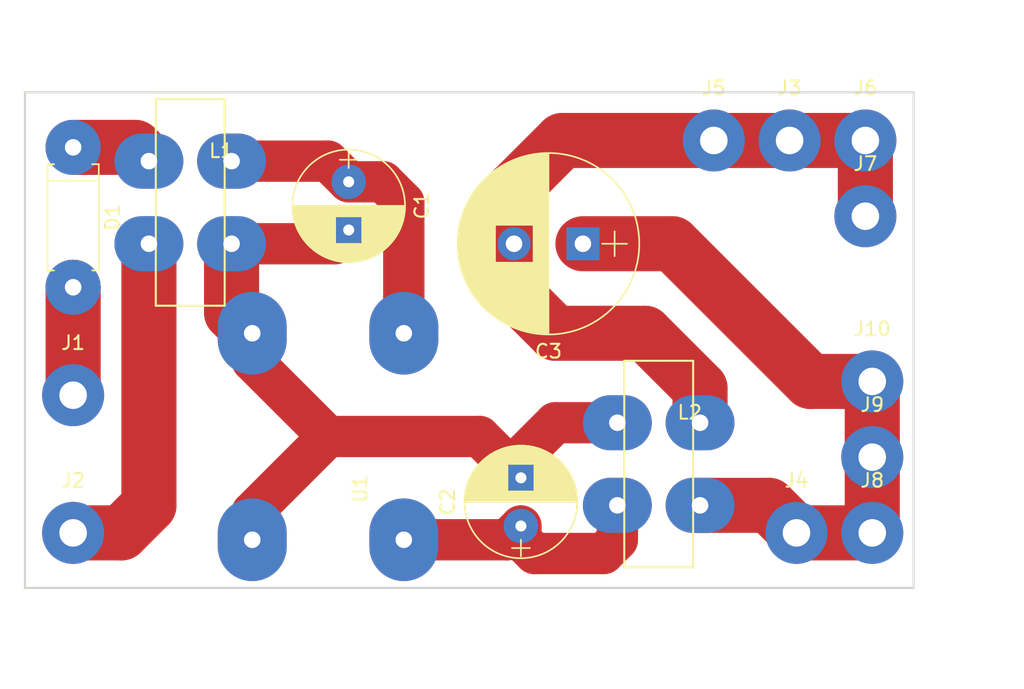
<source format=kicad_pcb>
(kicad_pcb (version 20171130) (host pcbnew "(5.0.0)")

  (general
    (thickness 1.6)
    (drawings 6)
    (tracks 50)
    (zones 0)
    (modules 17)
    (nets 9)
  )

  (page A4)
  (layers
    (0 F.Cu signal)
    (31 B.Cu signal)
    (32 B.Adhes user)
    (33 F.Adhes user)
    (34 B.Paste user)
    (35 F.Paste user)
    (36 B.SilkS user)
    (37 F.SilkS user)
    (38 B.Mask user)
    (39 F.Mask user)
    (40 Dwgs.User user)
    (41 Cmts.User user)
    (42 Eco1.User user)
    (43 Eco2.User user)
    (44 Edge.Cuts user)
    (45 Margin user)
    (46 B.CrtYd user)
    (47 F.CrtYd user)
    (48 B.Fab user)
    (49 F.Fab user)
  )

  (setup
    (last_trace_width 2)
    (user_trace_width 3)
    (user_trace_width 4)
    (trace_clearance 0.2)
    (zone_clearance 0.508)
    (zone_45_only no)
    (trace_min 0.2)
    (segment_width 0.2)
    (edge_width 0.15)
    (via_size 0.8)
    (via_drill 0.4)
    (via_min_size 0.4)
    (via_min_drill 0.3)
    (uvia_size 0.3)
    (uvia_drill 0.1)
    (uvias_allowed no)
    (uvia_min_size 0.2)
    (uvia_min_drill 0.1)
    (pcb_text_width 0.3)
    (pcb_text_size 1.5 1.5)
    (mod_edge_width 0.15)
    (mod_text_size 1 1)
    (mod_text_width 0.15)
    (pad_size 2.5 2.5)
    (pad_drill 0.8)
    (pad_to_mask_clearance 0.2)
    (aux_axis_origin 0 0)
    (visible_elements 7FFFFF7F)
    (pcbplotparams
      (layerselection 0x00000_7fffffff)
      (usegerberextensions false)
      (usegerberattributes false)
      (usegerberadvancedattributes false)
      (creategerberjobfile false)
      (excludeedgelayer false)
      (linewidth 0.100000)
      (plotframeref false)
      (viasonmask false)
      (mode 1)
      (useauxorigin false)
      (hpglpennumber 1)
      (hpglpenspeed 20)
      (hpglpendiameter 15.000000)
      (psnegative false)
      (psa4output false)
      (plotreference false)
      (plotvalue false)
      (plotinvisibletext false)
      (padsonsilk true)
      (subtractmaskfromsilk false)
      (outputformat 3)
      (mirror false)
      (drillshape 1)
      (scaleselection 1)
      (outputdirectory ""))
  )

  (net 0 "")
  (net 1 GND)
  (net 2 "Net-(C1-Pad1)")
  (net 3 "Net-(C2-Pad1)")
  (net 4 "Net-(D1-Pad2)")
  (net 5 "Net-(D1-Pad1)")
  (net 6 "Net-(J2-Pad1)")
  (net 7 "Net-(C3-Pad2)")
  (net 8 "Net-(C3-Pad1)")

  (net_class Default "This is the default net class."
    (clearance 0.2)
    (trace_width 2)
    (via_dia 0.8)
    (via_drill 0.4)
    (uvia_dia 0.3)
    (uvia_drill 0.1)
    (add_net GND)
    (add_net "Net-(C1-Pad1)")
    (add_net "Net-(C2-Pad1)")
    (add_net "Net-(C3-Pad1)")
    (add_net "Net-(C3-Pad2)")
    (add_net "Net-(D1-Pad1)")
    (add_net "Net-(D1-Pad2)")
    (add_net "Net-(J2-Pad1)")
  )

  (module Inductors_THT:L_CommonMode_Wuerth_WE-CMB-XS (layer F.Cu) (tedit 5CF2D365) (tstamp 5CF2D43B)
    (at 137.5 93.5)
    (descr "Wuerth, WE-CMB, Bauform XS,")
    (tags "CommonModeChoke Gleichtaktdrossel ")
    (path /5CF2C764)
    (fp_text reference L2 (at 2.25 -3.75) (layer F.SilkS)
      (effects (font (size 1 1) (thickness 0.15)))
    )
    (fp_text value L_Core_Ferrite_Coupled (at 2.25 13.75) (layer F.Fab)
      (effects (font (size 1 1) (thickness 0.15)))
    )
    (fp_line (start 2.5 7.5) (end 2.5 -7.5) (layer F.SilkS) (width 0.15))
    (fp_line (start 2.5 -7.5) (end 0 -7.5) (layer F.SilkS) (width 0.15))
    (fp_line (start -2.5 7.5) (end 2.5 7.5) (layer F.SilkS) (width 0.15))
    (fp_line (start 0 -7.5) (end -2.5 -7.5) (layer F.SilkS) (width 0.15))
    (fp_line (start -2.5 -7.5) (end -2.5 7.5) (layer F.SilkS) (width 0.15))
    (pad 2 thru_hole oval (at 3 -3) (size 5 4) (drill 1.2) (layers *.Cu *.Mask)
      (net 7 "Net-(C3-Pad2)"))
    (pad 1 thru_hole oval (at -3 -3) (size 5 4) (drill 1.2) (layers *.Cu *.Mask)
      (net 1 GND))
    (pad 4 thru_hole oval (at 3 3) (size 5 4) (drill 1.2) (layers *.Cu *.Mask)
      (net 8 "Net-(C3-Pad1)"))
    (pad 3 thru_hole oval (at -3 3) (size 5 4) (drill 1.2) (layers *.Cu *.Mask)
      (net 3 "Net-(C2-Pad1)"))
  )

  (module Inductors_THT:L_CommonMode_Wuerth_WE-CMB-XS (layer F.Cu) (tedit 5CF2D33E) (tstamp 5CF2D3F2)
    (at 103.5 74.5)
    (descr "Wuerth, WE-CMB, Bauform XS,")
    (tags "CommonModeChoke Gleichtaktdrossel ")
    (path /5CF2C327)
    (fp_text reference L1 (at 2.25 -3.75) (layer F.SilkS)
      (effects (font (size 1 1) (thickness 0.15)))
    )
    (fp_text value L_Core_Ferrite_Coupled (at 2.25 13.75) (layer F.Fab)
      (effects (font (size 1 1) (thickness 0.15)))
    )
    (fp_line (start 0 -7.5) (end -2.5 -7.5) (layer F.SilkS) (width 0.15))
    (fp_line (start -2.5 -7.5) (end -2.5 7.5) (layer F.SilkS) (width 0.15))
    (fp_line (start -2.5 7.5) (end 2.5 7.5) (layer F.SilkS) (width 0.15))
    (fp_line (start 2.5 7.5) (end 2.5 -7.5) (layer F.SilkS) (width 0.15))
    (fp_line (start 2.5 -7.5) (end 0 -7.5) (layer F.SilkS) (width 0.15))
    (pad 1 thru_hole oval (at -3 -3) (size 5 4) (drill 1.2) (layers *.Cu *.Mask)
      (net 5 "Net-(D1-Pad1)"))
    (pad 2 thru_hole oval (at 3 -3) (size 5 4) (drill 1.2) (layers *.Cu *.Mask)
      (net 2 "Net-(C1-Pad1)"))
    (pad 3 thru_hole oval (at -3 3) (size 5 4) (drill 1.2) (layers *.Cu *.Mask)
      (net 6 "Net-(J2-Pad1)"))
    (pad 4 thru_hole oval (at 3 3) (size 5 4) (drill 1.2) (layers *.Cu *.Mask)
      (net 1 GND))
  )

  (module Diodes_THT:D_DO-15_P10.16mm_Horizontal (layer F.Cu) (tedit 5CF2CE5E) (tstamp 5CF2FE13)
    (at 95 70.5 270)
    (descr "D, DO-15 series, Axial, Horizontal, pin pitch=10.16mm, , length*diameter=7.6*3.6mm^2, , http://www.diodes.com/_files/packages/DO-15.pdf")
    (tags "D DO-15 series Axial Horizontal pin pitch 10.16mm  length 7.6mm diameter 3.6mm")
    (path /5CF2CB27)
    (fp_text reference D1 (at 5.08 -2.86 270) (layer F.SilkS)
      (effects (font (size 1 1) (thickness 0.15)))
    )
    (fp_text value D_Schottky (at 5.08 2.86 270) (layer F.Fab)
      (effects (font (size 1 1) (thickness 0.15)))
    )
    (fp_line (start 11.65 -2.15) (end -1.45 -2.15) (layer F.CrtYd) (width 0.05))
    (fp_line (start 11.65 2.149999) (end 11.65 -2.15) (layer F.CrtYd) (width 0.05))
    (fp_line (start -1.45 2.15) (end 11.65 2.149999) (layer F.CrtYd) (width 0.05))
    (fp_line (start -1.45 -2.15) (end -1.45 2.15) (layer F.CrtYd) (width 0.05))
    (fp_line (start 2.42 -1.86) (end 2.42 1.860001) (layer F.SilkS) (width 0.12))
    (fp_line (start 8.94 1.86) (end 8.94 1.38) (layer F.SilkS) (width 0.12))
    (fp_line (start 1.219999 1.86) (end 8.94 1.86) (layer F.SilkS) (width 0.12))
    (fp_line (start 1.22 1.38) (end 1.219999 1.86) (layer F.SilkS) (width 0.12))
    (fp_line (start 8.94 -1.86) (end 8.94 -1.38) (layer F.SilkS) (width 0.12))
    (fp_line (start 1.22 -1.86) (end 8.94 -1.86) (layer F.SilkS) (width 0.12))
    (fp_line (start 1.22 -1.38) (end 1.22 -1.86) (layer F.SilkS) (width 0.12))
    (fp_line (start 2.42 -1.8) (end 2.42 1.8) (layer F.Fab) (width 0.1))
    (fp_line (start 10.16 0) (end 8.88 0) (layer F.Fab) (width 0.1))
    (fp_line (start 0 0) (end 1.28 0) (layer F.Fab) (width 0.1))
    (fp_line (start 8.88 -1.8) (end 1.28 -1.800001) (layer F.Fab) (width 0.1))
    (fp_line (start 8.88 1.8) (end 8.88 -1.8) (layer F.Fab) (width 0.1))
    (fp_line (start 1.28 1.8) (end 8.88 1.8) (layer F.Fab) (width 0.1))
    (fp_line (start 1.28 -1.800001) (end 1.28 1.8) (layer F.Fab) (width 0.1))
    (fp_text user %R (at 5.08 0 270) (layer F.Fab)
      (effects (font (size 1 1) (thickness 0.15)))
    )
    (pad 2 thru_hole circle (at 10.16 0 270) (size 4 4) (drill 1.2) (layers *.Cu *.Mask)
      (net 4 "Net-(D1-Pad2)"))
    (pad 1 thru_hole circle (at 0 0 270) (size 4 4) (drill 1.2) (layers *.Cu *.Mask)
      (net 5 "Net-(D1-Pad1)"))
    (model ${KISYS3DMOD}/Diodes_THT.3dshapes/D_DO-15_P10.16mm_Horizontal.wrl
      (at (xyz 0 0 0))
      (scale (xyz 0.393701 0.393701 0.393701))
      (rotate (xyz 0 0 0))
    )
  )

  (module Capacitors_THT:CP_Radial_D8.0mm_P3.50mm (layer F.Cu) (tedit 5CF2CDE0) (tstamp 5CF2D37C)
    (at 127.5 98 90)
    (descr "CP, Radial series, Radial, pin pitch=3.50mm, , diameter=8mm, Electrolytic Capacitor")
    (tags "CP Radial series Radial pin pitch 3.50mm  diameter 8mm Electrolytic Capacitor")
    (path /5CF2C822)
    (fp_text reference C2 (at 1.75 -5.31 90) (layer F.SilkS)
      (effects (font (size 1 1) (thickness 0.15)))
    )
    (fp_text value CP (at 1.75 5.31 90) (layer F.Fab)
      (effects (font (size 1 1) (thickness 0.15)))
    )
    (fp_circle (center 1.75 0) (end 5.75 0) (layer F.Fab) (width 0.1))
    (fp_circle (center 1.75 0) (end 5.84 0) (layer F.SilkS) (width 0.12))
    (fp_line (start -2.2 0) (end -1 0) (layer F.Fab) (width 0.1))
    (fp_line (start -1.6 -0.65) (end -1.6 0.65) (layer F.Fab) (width 0.1))
    (fp_line (start 1.75 -4.05) (end 1.75 4.05) (layer F.SilkS) (width 0.12))
    (fp_line (start 1.79 -4.05) (end 1.79 4.05) (layer F.SilkS) (width 0.12))
    (fp_line (start 1.83 -4.05) (end 1.83 4.05) (layer F.SilkS) (width 0.12))
    (fp_line (start 1.87 -4.049) (end 1.87 4.049) (layer F.SilkS) (width 0.12))
    (fp_line (start 1.91 -4.047) (end 1.91 4.047) (layer F.SilkS) (width 0.12))
    (fp_line (start 1.95 -4.046) (end 1.95 4.046) (layer F.SilkS) (width 0.12))
    (fp_line (start 1.99 -4.043) (end 1.99 4.043) (layer F.SilkS) (width 0.12))
    (fp_line (start 2.03 -4.041) (end 2.03 4.041) (layer F.SilkS) (width 0.12))
    (fp_line (start 2.07 -4.038) (end 2.07 4.038) (layer F.SilkS) (width 0.12))
    (fp_line (start 2.11 -4.035) (end 2.11 4.035) (layer F.SilkS) (width 0.12))
    (fp_line (start 2.15 -4.031) (end 2.15 4.031) (layer F.SilkS) (width 0.12))
    (fp_line (start 2.19 -4.027) (end 2.19 4.027) (layer F.SilkS) (width 0.12))
    (fp_line (start 2.23 -4.022) (end 2.23 4.022) (layer F.SilkS) (width 0.12))
    (fp_line (start 2.27 -4.017) (end 2.27 4.017) (layer F.SilkS) (width 0.12))
    (fp_line (start 2.31 -4.012) (end 2.31 4.012) (layer F.SilkS) (width 0.12))
    (fp_line (start 2.35 -4.006) (end 2.35 4.006) (layer F.SilkS) (width 0.12))
    (fp_line (start 2.39 -4) (end 2.39 4) (layer F.SilkS) (width 0.12))
    (fp_line (start 2.43 -3.994) (end 2.43 3.994) (layer F.SilkS) (width 0.12))
    (fp_line (start 2.471 -3.987) (end 2.471 3.987) (layer F.SilkS) (width 0.12))
    (fp_line (start 2.511 -3.979) (end 2.511 3.979) (layer F.SilkS) (width 0.12))
    (fp_line (start 2.551 -3.971) (end 2.551 -0.98) (layer F.SilkS) (width 0.12))
    (fp_line (start 2.551 0.98) (end 2.551 3.971) (layer F.SilkS) (width 0.12))
    (fp_line (start 2.591 -3.963) (end 2.591 -0.98) (layer F.SilkS) (width 0.12))
    (fp_line (start 2.591 0.98) (end 2.591 3.963) (layer F.SilkS) (width 0.12))
    (fp_line (start 2.631 -3.955) (end 2.631 -0.98) (layer F.SilkS) (width 0.12))
    (fp_line (start 2.631 0.98) (end 2.631 3.955) (layer F.SilkS) (width 0.12))
    (fp_line (start 2.671 -3.946) (end 2.671 -0.98) (layer F.SilkS) (width 0.12))
    (fp_line (start 2.671 0.98) (end 2.671 3.946) (layer F.SilkS) (width 0.12))
    (fp_line (start 2.711 -3.936) (end 2.711 -0.98) (layer F.SilkS) (width 0.12))
    (fp_line (start 2.711 0.98) (end 2.711 3.936) (layer F.SilkS) (width 0.12))
    (fp_line (start 2.751 -3.926) (end 2.751 -0.98) (layer F.SilkS) (width 0.12))
    (fp_line (start 2.751 0.98) (end 2.751 3.926) (layer F.SilkS) (width 0.12))
    (fp_line (start 2.791 -3.916) (end 2.791 -0.98) (layer F.SilkS) (width 0.12))
    (fp_line (start 2.791 0.98) (end 2.791 3.916) (layer F.SilkS) (width 0.12))
    (fp_line (start 2.831 -3.905) (end 2.831 -0.98) (layer F.SilkS) (width 0.12))
    (fp_line (start 2.831 0.98) (end 2.831 3.905) (layer F.SilkS) (width 0.12))
    (fp_line (start 2.871 -3.894) (end 2.871 -0.98) (layer F.SilkS) (width 0.12))
    (fp_line (start 2.871 0.98) (end 2.871 3.894) (layer F.SilkS) (width 0.12))
    (fp_line (start 2.911 -3.883) (end 2.911 -0.98) (layer F.SilkS) (width 0.12))
    (fp_line (start 2.911 0.98) (end 2.911 3.883) (layer F.SilkS) (width 0.12))
    (fp_line (start 2.951 -3.87) (end 2.951 -0.98) (layer F.SilkS) (width 0.12))
    (fp_line (start 2.951 0.98) (end 2.951 3.87) (layer F.SilkS) (width 0.12))
    (fp_line (start 2.991 -3.858) (end 2.991 -0.98) (layer F.SilkS) (width 0.12))
    (fp_line (start 2.991 0.98) (end 2.991 3.858) (layer F.SilkS) (width 0.12))
    (fp_line (start 3.031 -3.845) (end 3.031 -0.98) (layer F.SilkS) (width 0.12))
    (fp_line (start 3.031 0.98) (end 3.031 3.845) (layer F.SilkS) (width 0.12))
    (fp_line (start 3.071 -3.832) (end 3.071 -0.98) (layer F.SilkS) (width 0.12))
    (fp_line (start 3.071 0.98) (end 3.071 3.832) (layer F.SilkS) (width 0.12))
    (fp_line (start 3.111 -3.818) (end 3.111 -0.98) (layer F.SilkS) (width 0.12))
    (fp_line (start 3.111 0.98) (end 3.111 3.818) (layer F.SilkS) (width 0.12))
    (fp_line (start 3.151 -3.803) (end 3.151 -0.98) (layer F.SilkS) (width 0.12))
    (fp_line (start 3.151 0.98) (end 3.151 3.803) (layer F.SilkS) (width 0.12))
    (fp_line (start 3.191 -3.789) (end 3.191 -0.98) (layer F.SilkS) (width 0.12))
    (fp_line (start 3.191 0.98) (end 3.191 3.789) (layer F.SilkS) (width 0.12))
    (fp_line (start 3.231 -3.773) (end 3.231 -0.98) (layer F.SilkS) (width 0.12))
    (fp_line (start 3.231 0.98) (end 3.231 3.773) (layer F.SilkS) (width 0.12))
    (fp_line (start 3.271 -3.758) (end 3.271 -0.98) (layer F.SilkS) (width 0.12))
    (fp_line (start 3.271 0.98) (end 3.271 3.758) (layer F.SilkS) (width 0.12))
    (fp_line (start 3.311 -3.741) (end 3.311 -0.98) (layer F.SilkS) (width 0.12))
    (fp_line (start 3.311 0.98) (end 3.311 3.741) (layer F.SilkS) (width 0.12))
    (fp_line (start 3.351 -3.725) (end 3.351 -0.98) (layer F.SilkS) (width 0.12))
    (fp_line (start 3.351 0.98) (end 3.351 3.725) (layer F.SilkS) (width 0.12))
    (fp_line (start 3.391 -3.707) (end 3.391 -0.98) (layer F.SilkS) (width 0.12))
    (fp_line (start 3.391 0.98) (end 3.391 3.707) (layer F.SilkS) (width 0.12))
    (fp_line (start 3.431 -3.69) (end 3.431 -0.98) (layer F.SilkS) (width 0.12))
    (fp_line (start 3.431 0.98) (end 3.431 3.69) (layer F.SilkS) (width 0.12))
    (fp_line (start 3.471 -3.671) (end 3.471 -0.98) (layer F.SilkS) (width 0.12))
    (fp_line (start 3.471 0.98) (end 3.471 3.671) (layer F.SilkS) (width 0.12))
    (fp_line (start 3.511 -3.652) (end 3.511 -0.98) (layer F.SilkS) (width 0.12))
    (fp_line (start 3.511 0.98) (end 3.511 3.652) (layer F.SilkS) (width 0.12))
    (fp_line (start 3.551 -3.633) (end 3.551 -0.98) (layer F.SilkS) (width 0.12))
    (fp_line (start 3.551 0.98) (end 3.551 3.633) (layer F.SilkS) (width 0.12))
    (fp_line (start 3.591 -3.613) (end 3.591 -0.98) (layer F.SilkS) (width 0.12))
    (fp_line (start 3.591 0.98) (end 3.591 3.613) (layer F.SilkS) (width 0.12))
    (fp_line (start 3.631 -3.593) (end 3.631 -0.98) (layer F.SilkS) (width 0.12))
    (fp_line (start 3.631 0.98) (end 3.631 3.593) (layer F.SilkS) (width 0.12))
    (fp_line (start 3.671 -3.572) (end 3.671 -0.98) (layer F.SilkS) (width 0.12))
    (fp_line (start 3.671 0.98) (end 3.671 3.572) (layer F.SilkS) (width 0.12))
    (fp_line (start 3.711 -3.55) (end 3.711 -0.98) (layer F.SilkS) (width 0.12))
    (fp_line (start 3.711 0.98) (end 3.711 3.55) (layer F.SilkS) (width 0.12))
    (fp_line (start 3.751 -3.528) (end 3.751 -0.98) (layer F.SilkS) (width 0.12))
    (fp_line (start 3.751 0.98) (end 3.751 3.528) (layer F.SilkS) (width 0.12))
    (fp_line (start 3.791 -3.505) (end 3.791 -0.98) (layer F.SilkS) (width 0.12))
    (fp_line (start 3.791 0.98) (end 3.791 3.505) (layer F.SilkS) (width 0.12))
    (fp_line (start 3.831 -3.482) (end 3.831 -0.98) (layer F.SilkS) (width 0.12))
    (fp_line (start 3.831 0.98) (end 3.831 3.482) (layer F.SilkS) (width 0.12))
    (fp_line (start 3.871 -3.458) (end 3.871 -0.98) (layer F.SilkS) (width 0.12))
    (fp_line (start 3.871 0.98) (end 3.871 3.458) (layer F.SilkS) (width 0.12))
    (fp_line (start 3.911 -3.434) (end 3.911 -0.98) (layer F.SilkS) (width 0.12))
    (fp_line (start 3.911 0.98) (end 3.911 3.434) (layer F.SilkS) (width 0.12))
    (fp_line (start 3.951 -3.408) (end 3.951 -0.98) (layer F.SilkS) (width 0.12))
    (fp_line (start 3.951 0.98) (end 3.951 3.408) (layer F.SilkS) (width 0.12))
    (fp_line (start 3.991 -3.383) (end 3.991 -0.98) (layer F.SilkS) (width 0.12))
    (fp_line (start 3.991 0.98) (end 3.991 3.383) (layer F.SilkS) (width 0.12))
    (fp_line (start 4.031 -3.356) (end 4.031 -0.98) (layer F.SilkS) (width 0.12))
    (fp_line (start 4.031 0.98) (end 4.031 3.356) (layer F.SilkS) (width 0.12))
    (fp_line (start 4.071 -3.329) (end 4.071 -0.98) (layer F.SilkS) (width 0.12))
    (fp_line (start 4.071 0.98) (end 4.071 3.329) (layer F.SilkS) (width 0.12))
    (fp_line (start 4.111 -3.301) (end 4.111 -0.98) (layer F.SilkS) (width 0.12))
    (fp_line (start 4.111 0.98) (end 4.111 3.301) (layer F.SilkS) (width 0.12))
    (fp_line (start 4.151 -3.272) (end 4.151 -0.98) (layer F.SilkS) (width 0.12))
    (fp_line (start 4.151 0.98) (end 4.151 3.272) (layer F.SilkS) (width 0.12))
    (fp_line (start 4.191 -3.243) (end 4.191 -0.98) (layer F.SilkS) (width 0.12))
    (fp_line (start 4.191 0.98) (end 4.191 3.243) (layer F.SilkS) (width 0.12))
    (fp_line (start 4.231 -3.213) (end 4.231 -0.98) (layer F.SilkS) (width 0.12))
    (fp_line (start 4.231 0.98) (end 4.231 3.213) (layer F.SilkS) (width 0.12))
    (fp_line (start 4.271 -3.182) (end 4.271 -0.98) (layer F.SilkS) (width 0.12))
    (fp_line (start 4.271 0.98) (end 4.271 3.182) (layer F.SilkS) (width 0.12))
    (fp_line (start 4.311 -3.15) (end 4.311 -0.98) (layer F.SilkS) (width 0.12))
    (fp_line (start 4.311 0.98) (end 4.311 3.15) (layer F.SilkS) (width 0.12))
    (fp_line (start 4.351 -3.118) (end 4.351 -0.98) (layer F.SilkS) (width 0.12))
    (fp_line (start 4.351 0.98) (end 4.351 3.118) (layer F.SilkS) (width 0.12))
    (fp_line (start 4.391 -3.084) (end 4.391 -0.98) (layer F.SilkS) (width 0.12))
    (fp_line (start 4.391 0.98) (end 4.391 3.084) (layer F.SilkS) (width 0.12))
    (fp_line (start 4.431 -3.05) (end 4.431 -0.98) (layer F.SilkS) (width 0.12))
    (fp_line (start 4.431 0.98) (end 4.431 3.05) (layer F.SilkS) (width 0.12))
    (fp_line (start 4.471 -3.015) (end 4.471 -0.98) (layer F.SilkS) (width 0.12))
    (fp_line (start 4.471 0.98) (end 4.471 3.015) (layer F.SilkS) (width 0.12))
    (fp_line (start 4.511 -2.979) (end 4.511 2.979) (layer F.SilkS) (width 0.12))
    (fp_line (start 4.551 -2.942) (end 4.551 2.942) (layer F.SilkS) (width 0.12))
    (fp_line (start 4.591 -2.904) (end 4.591 2.904) (layer F.SilkS) (width 0.12))
    (fp_line (start 4.631 -2.865) (end 4.631 2.865) (layer F.SilkS) (width 0.12))
    (fp_line (start 4.671 -2.824) (end 4.671 2.824) (layer F.SilkS) (width 0.12))
    (fp_line (start 4.711 -2.783) (end 4.711 2.783) (layer F.SilkS) (width 0.12))
    (fp_line (start 4.751 -2.74) (end 4.751 2.74) (layer F.SilkS) (width 0.12))
    (fp_line (start 4.791 -2.697) (end 4.791 2.697) (layer F.SilkS) (width 0.12))
    (fp_line (start 4.831 -2.652) (end 4.831 2.652) (layer F.SilkS) (width 0.12))
    (fp_line (start 4.871 -2.605) (end 4.871 2.605) (layer F.SilkS) (width 0.12))
    (fp_line (start 4.911 -2.557) (end 4.911 2.557) (layer F.SilkS) (width 0.12))
    (fp_line (start 4.951 -2.508) (end 4.951 2.508) (layer F.SilkS) (width 0.12))
    (fp_line (start 4.991 -2.457) (end 4.991 2.457) (layer F.SilkS) (width 0.12))
    (fp_line (start 5.031 -2.404) (end 5.031 2.404) (layer F.SilkS) (width 0.12))
    (fp_line (start 5.071 -2.349) (end 5.071 2.349) (layer F.SilkS) (width 0.12))
    (fp_line (start 5.111 -2.293) (end 5.111 2.293) (layer F.SilkS) (width 0.12))
    (fp_line (start 5.151 -2.234) (end 5.151 2.234) (layer F.SilkS) (width 0.12))
    (fp_line (start 5.191 -2.173) (end 5.191 2.173) (layer F.SilkS) (width 0.12))
    (fp_line (start 5.231 -2.109) (end 5.231 2.109) (layer F.SilkS) (width 0.12))
    (fp_line (start 5.271 -2.043) (end 5.271 2.043) (layer F.SilkS) (width 0.12))
    (fp_line (start 5.311 -1.974) (end 5.311 1.974) (layer F.SilkS) (width 0.12))
    (fp_line (start 5.351 -1.902) (end 5.351 1.902) (layer F.SilkS) (width 0.12))
    (fp_line (start 5.391 -1.826) (end 5.391 1.826) (layer F.SilkS) (width 0.12))
    (fp_line (start 5.431 -1.745) (end 5.431 1.745) (layer F.SilkS) (width 0.12))
    (fp_line (start 5.471 -1.66) (end 5.471 1.66) (layer F.SilkS) (width 0.12))
    (fp_line (start 5.511 -1.57) (end 5.511 1.57) (layer F.SilkS) (width 0.12))
    (fp_line (start 5.551 -1.473) (end 5.551 1.473) (layer F.SilkS) (width 0.12))
    (fp_line (start 5.591 -1.369) (end 5.591 1.369) (layer F.SilkS) (width 0.12))
    (fp_line (start 5.631 -1.254) (end 5.631 1.254) (layer F.SilkS) (width 0.12))
    (fp_line (start 5.671 -1.127) (end 5.671 1.127) (layer F.SilkS) (width 0.12))
    (fp_line (start 5.711 -0.983) (end 5.711 0.983) (layer F.SilkS) (width 0.12))
    (fp_line (start 5.751 -0.814) (end 5.751 0.814) (layer F.SilkS) (width 0.12))
    (fp_line (start 5.791 -0.598) (end 5.791 0.598) (layer F.SilkS) (width 0.12))
    (fp_line (start 5.831 -0.246) (end 5.831 0.246) (layer F.SilkS) (width 0.12))
    (fp_line (start -2.2 0) (end -1 0) (layer F.SilkS) (width 0.12))
    (fp_line (start -1.6 -0.65) (end -1.6 0.65) (layer F.SilkS) (width 0.12))
    (fp_line (start -2.6 -4.35) (end -2.6 4.35) (layer F.CrtYd) (width 0.05))
    (fp_line (start -2.6 4.35) (end 6.1 4.35) (layer F.CrtYd) (width 0.05))
    (fp_line (start 6.1 4.35) (end 6.1 -4.35) (layer F.CrtYd) (width 0.05))
    (fp_line (start 6.1 -4.35) (end -2.6 -4.35) (layer F.CrtYd) (width 0.05))
    (fp_text user %R (at 1.75 0 90) (layer F.Fab)
      (effects (font (size 1 1) (thickness 0.15)))
    )
    (pad 1 thru_hole circle (at 0 0 90) (size 2.5 2.5) (drill 0.8) (layers *.Cu *.Mask)
      (net 3 "Net-(C2-Pad1)"))
    (pad 2 thru_hole circle (at 3.5 0 90) (size 2.5 2.5) (drill 0.8) (layers *.Cu *.Mask)
      (net 1 GND))
    (model ${KISYS3DMOD}/Capacitors_THT.3dshapes/CP_Radial_D8.0mm_P3.50mm.wrl
      (at (xyz 0 0 0))
      (scale (xyz 1 1 1))
      (rotate (xyz 0 0 0))
    )
  )

  (module Housings_DIP:DIP-4_W7.62mm (layer F.Cu) (tedit 5CF2CB46) (tstamp 5CF2F3C5)
    (at 113.5 91.5 270)
    (descr "4-lead though-hole mounted DIP package, row spacing 7.62 mm (300 mils)")
    (tags "THT DIP DIL PDIP 2.54mm 7.62mm 300mil")
    (path /5CF2C702)
    (fp_text reference U1 (at 3.81 -2.33 270) (layer F.SilkS)
      (effects (font (size 1 1) (thickness 0.15)))
    )
    (fp_text value MP1584ENBB (at 3.81 4.87 270) (layer F.Fab)
      (effects (font (size 1 1) (thickness 0.15)))
    )
    (fp_line (start 8.7 -1.55) (end -1.1 -1.55) (layer F.CrtYd) (width 0.05))
    (fp_line (start 8.7 4.1) (end 8.7 -1.55) (layer F.CrtYd) (width 0.05))
    (fp_line (start -1.1 4.1) (end 8.7 4.1) (layer F.CrtYd) (width 0.05))
    (fp_line (start -1.1 -1.55) (end -1.1 4.1) (layer F.CrtYd) (width 0.05))
    (pad 4 thru_hole oval (at 7.5 -5.5 270) (size 6 5) (drill 1.2) (layers *.Cu *.Mask)
      (net 3 "Net-(C2-Pad1)"))
    (pad 2 thru_hole oval (at -7.5 5.5 270) (size 6 5) (drill 1.2) (layers *.Cu *.Mask)
      (net 1 GND))
    (pad 3 thru_hole oval (at 7.5 5.5 270) (size 6 5) (drill 1.2) (layers *.Cu *.Mask)
      (net 1 GND))
    (pad 1 thru_hole oval (at -7.5 -5.5 270) (size 6 5) (drill 1.2) (layers *.Cu *.Mask)
      (net 2 "Net-(C1-Pad1)"))
    (model ${KISYS3DMOD}/Housings_DIP.3dshapes/DIP-4_W7.62mm.wrl
      (at (xyz 0 0 0))
      (scale (xyz 1 1 1))
      (rotate (xyz 0 0 0))
    )
  )

  (module Capacitors_THT:CP_Radial_D8.0mm_P3.50mm (layer F.Cu) (tedit 5CF2CD80) (tstamp 5CF2D2D3)
    (at 115 73 270)
    (descr "CP, Radial series, Radial, pin pitch=3.50mm, , diameter=8mm, Electrolytic Capacitor")
    (tags "CP Radial series Radial pin pitch 3.50mm  diameter 8mm Electrolytic Capacitor")
    (path /5CF2C7E8)
    (fp_text reference C1 (at 1.75 -5.31 270) (layer F.SilkS)
      (effects (font (size 1 1) (thickness 0.15)))
    )
    (fp_text value CP (at 1.75 5.31 270) (layer F.Fab)
      (effects (font (size 1 1) (thickness 0.15)))
    )
    (fp_text user %R (at 1.75 0 270) (layer F.Fab)
      (effects (font (size 1 1) (thickness 0.15)))
    )
    (fp_line (start 6.1 -4.35) (end -2.6 -4.35) (layer F.CrtYd) (width 0.05))
    (fp_line (start 6.1 4.35) (end 6.1 -4.35) (layer F.CrtYd) (width 0.05))
    (fp_line (start -2.6 4.35) (end 6.1 4.35) (layer F.CrtYd) (width 0.05))
    (fp_line (start -2.6 -4.35) (end -2.6 4.35) (layer F.CrtYd) (width 0.05))
    (fp_line (start -1.6 -0.65) (end -1.6 0.65) (layer F.SilkS) (width 0.12))
    (fp_line (start -2.2 0) (end -1 0) (layer F.SilkS) (width 0.12))
    (fp_line (start 5.831 -0.246) (end 5.831 0.246) (layer F.SilkS) (width 0.12))
    (fp_line (start 5.791 -0.598) (end 5.791 0.598) (layer F.SilkS) (width 0.12))
    (fp_line (start 5.751 -0.814) (end 5.751 0.814) (layer F.SilkS) (width 0.12))
    (fp_line (start 5.711 -0.983) (end 5.711 0.983) (layer F.SilkS) (width 0.12))
    (fp_line (start 5.671 -1.127) (end 5.671 1.127) (layer F.SilkS) (width 0.12))
    (fp_line (start 5.631 -1.254) (end 5.631 1.254) (layer F.SilkS) (width 0.12))
    (fp_line (start 5.591 -1.369) (end 5.591 1.369) (layer F.SilkS) (width 0.12))
    (fp_line (start 5.551 -1.473) (end 5.551 1.473) (layer F.SilkS) (width 0.12))
    (fp_line (start 5.511 -1.57) (end 5.511 1.57) (layer F.SilkS) (width 0.12))
    (fp_line (start 5.471 -1.66) (end 5.471 1.66) (layer F.SilkS) (width 0.12))
    (fp_line (start 5.431 -1.745) (end 5.431 1.745) (layer F.SilkS) (width 0.12))
    (fp_line (start 5.391 -1.826) (end 5.391 1.826) (layer F.SilkS) (width 0.12))
    (fp_line (start 5.351 -1.902) (end 5.351 1.902) (layer F.SilkS) (width 0.12))
    (fp_line (start 5.311 -1.974) (end 5.311 1.974) (layer F.SilkS) (width 0.12))
    (fp_line (start 5.271 -2.043) (end 5.271 2.043) (layer F.SilkS) (width 0.12))
    (fp_line (start 5.231 -2.109) (end 5.231 2.109) (layer F.SilkS) (width 0.12))
    (fp_line (start 5.191 -2.173) (end 5.191 2.173) (layer F.SilkS) (width 0.12))
    (fp_line (start 5.151 -2.234) (end 5.151 2.234) (layer F.SilkS) (width 0.12))
    (fp_line (start 5.111 -2.293) (end 5.111 2.293) (layer F.SilkS) (width 0.12))
    (fp_line (start 5.071 -2.349) (end 5.071 2.349) (layer F.SilkS) (width 0.12))
    (fp_line (start 5.031 -2.404) (end 5.031 2.404) (layer F.SilkS) (width 0.12))
    (fp_line (start 4.991 -2.457) (end 4.991 2.457) (layer F.SilkS) (width 0.12))
    (fp_line (start 4.951 -2.508) (end 4.951 2.508) (layer F.SilkS) (width 0.12))
    (fp_line (start 4.911 -2.557) (end 4.911 2.557) (layer F.SilkS) (width 0.12))
    (fp_line (start 4.871 -2.605) (end 4.871 2.605) (layer F.SilkS) (width 0.12))
    (fp_line (start 4.831 -2.652) (end 4.831 2.652) (layer F.SilkS) (width 0.12))
    (fp_line (start 4.791 -2.697) (end 4.791 2.697) (layer F.SilkS) (width 0.12))
    (fp_line (start 4.751 -2.74) (end 4.751 2.74) (layer F.SilkS) (width 0.12))
    (fp_line (start 4.711 -2.783) (end 4.711 2.783) (layer F.SilkS) (width 0.12))
    (fp_line (start 4.671 -2.824) (end 4.671 2.824) (layer F.SilkS) (width 0.12))
    (fp_line (start 4.631 -2.865) (end 4.631 2.865) (layer F.SilkS) (width 0.12))
    (fp_line (start 4.591 -2.904) (end 4.591 2.904) (layer F.SilkS) (width 0.12))
    (fp_line (start 4.551 -2.942) (end 4.551 2.942) (layer F.SilkS) (width 0.12))
    (fp_line (start 4.511 -2.979) (end 4.511 2.979) (layer F.SilkS) (width 0.12))
    (fp_line (start 4.471 0.98) (end 4.471 3.015) (layer F.SilkS) (width 0.12))
    (fp_line (start 4.471 -3.015) (end 4.471 -0.98) (layer F.SilkS) (width 0.12))
    (fp_line (start 4.431 0.98) (end 4.431 3.05) (layer F.SilkS) (width 0.12))
    (fp_line (start 4.431 -3.05) (end 4.431 -0.98) (layer F.SilkS) (width 0.12))
    (fp_line (start 4.391 0.98) (end 4.391 3.084) (layer F.SilkS) (width 0.12))
    (fp_line (start 4.391 -3.084) (end 4.391 -0.98) (layer F.SilkS) (width 0.12))
    (fp_line (start 4.351 0.98) (end 4.351 3.118) (layer F.SilkS) (width 0.12))
    (fp_line (start 4.351 -3.118) (end 4.351 -0.98) (layer F.SilkS) (width 0.12))
    (fp_line (start 4.311 0.98) (end 4.311 3.15) (layer F.SilkS) (width 0.12))
    (fp_line (start 4.311 -3.15) (end 4.311 -0.98) (layer F.SilkS) (width 0.12))
    (fp_line (start 4.271 0.98) (end 4.271 3.182) (layer F.SilkS) (width 0.12))
    (fp_line (start 4.271 -3.182) (end 4.271 -0.98) (layer F.SilkS) (width 0.12))
    (fp_line (start 4.231 0.98) (end 4.231 3.213) (layer F.SilkS) (width 0.12))
    (fp_line (start 4.231 -3.213) (end 4.231 -0.98) (layer F.SilkS) (width 0.12))
    (fp_line (start 4.191 0.98) (end 4.191 3.243) (layer F.SilkS) (width 0.12))
    (fp_line (start 4.191 -3.243) (end 4.191 -0.98) (layer F.SilkS) (width 0.12))
    (fp_line (start 4.151 0.98) (end 4.151 3.272) (layer F.SilkS) (width 0.12))
    (fp_line (start 4.151 -3.272) (end 4.151 -0.98) (layer F.SilkS) (width 0.12))
    (fp_line (start 4.111 0.98) (end 4.111 3.301) (layer F.SilkS) (width 0.12))
    (fp_line (start 4.111 -3.301) (end 4.111 -0.98) (layer F.SilkS) (width 0.12))
    (fp_line (start 4.071 0.98) (end 4.071 3.329) (layer F.SilkS) (width 0.12))
    (fp_line (start 4.071 -3.329) (end 4.071 -0.98) (layer F.SilkS) (width 0.12))
    (fp_line (start 4.031 0.98) (end 4.031 3.356) (layer F.SilkS) (width 0.12))
    (fp_line (start 4.031 -3.356) (end 4.031 -0.98) (layer F.SilkS) (width 0.12))
    (fp_line (start 3.991 0.98) (end 3.991 3.383) (layer F.SilkS) (width 0.12))
    (fp_line (start 3.991 -3.383) (end 3.991 -0.98) (layer F.SilkS) (width 0.12))
    (fp_line (start 3.951 0.98) (end 3.951 3.408) (layer F.SilkS) (width 0.12))
    (fp_line (start 3.951 -3.408) (end 3.951 -0.98) (layer F.SilkS) (width 0.12))
    (fp_line (start 3.911 0.98) (end 3.911 3.434) (layer F.SilkS) (width 0.12))
    (fp_line (start 3.911 -3.434) (end 3.911 -0.98) (layer F.SilkS) (width 0.12))
    (fp_line (start 3.871 0.98) (end 3.871 3.458) (layer F.SilkS) (width 0.12))
    (fp_line (start 3.871 -3.458) (end 3.871 -0.98) (layer F.SilkS) (width 0.12))
    (fp_line (start 3.831 0.98) (end 3.831 3.482) (layer F.SilkS) (width 0.12))
    (fp_line (start 3.831 -3.482) (end 3.831 -0.98) (layer F.SilkS) (width 0.12))
    (fp_line (start 3.791 0.98) (end 3.791 3.505) (layer F.SilkS) (width 0.12))
    (fp_line (start 3.791 -3.505) (end 3.791 -0.98) (layer F.SilkS) (width 0.12))
    (fp_line (start 3.751 0.98) (end 3.751 3.528) (layer F.SilkS) (width 0.12))
    (fp_line (start 3.751 -3.528) (end 3.751 -0.98) (layer F.SilkS) (width 0.12))
    (fp_line (start 3.711 0.98) (end 3.711 3.55) (layer F.SilkS) (width 0.12))
    (fp_line (start 3.711 -3.55) (end 3.711 -0.98) (layer F.SilkS) (width 0.12))
    (fp_line (start 3.671 0.98) (end 3.671 3.572) (layer F.SilkS) (width 0.12))
    (fp_line (start 3.671 -3.572) (end 3.671 -0.98) (layer F.SilkS) (width 0.12))
    (fp_line (start 3.631 0.98) (end 3.631 3.593) (layer F.SilkS) (width 0.12))
    (fp_line (start 3.631 -3.593) (end 3.631 -0.98) (layer F.SilkS) (width 0.12))
    (fp_line (start 3.591 0.98) (end 3.591 3.613) (layer F.SilkS) (width 0.12))
    (fp_line (start 3.591 -3.613) (end 3.591 -0.98) (layer F.SilkS) (width 0.12))
    (fp_line (start 3.551 0.98) (end 3.551 3.633) (layer F.SilkS) (width 0.12))
    (fp_line (start 3.551 -3.633) (end 3.551 -0.98) (layer F.SilkS) (width 0.12))
    (fp_line (start 3.511 0.98) (end 3.511 3.652) (layer F.SilkS) (width 0.12))
    (fp_line (start 3.511 -3.652) (end 3.511 -0.98) (layer F.SilkS) (width 0.12))
    (fp_line (start 3.471 0.98) (end 3.471 3.671) (layer F.SilkS) (width 0.12))
    (fp_line (start 3.471 -3.671) (end 3.471 -0.98) (layer F.SilkS) (width 0.12))
    (fp_line (start 3.431 0.98) (end 3.431 3.69) (layer F.SilkS) (width 0.12))
    (fp_line (start 3.431 -3.69) (end 3.431 -0.98) (layer F.SilkS) (width 0.12))
    (fp_line (start 3.391 0.98) (end 3.391 3.707) (layer F.SilkS) (width 0.12))
    (fp_line (start 3.391 -3.707) (end 3.391 -0.98) (layer F.SilkS) (width 0.12))
    (fp_line (start 3.351 0.98) (end 3.351 3.725) (layer F.SilkS) (width 0.12))
    (fp_line (start 3.351 -3.725) (end 3.351 -0.98) (layer F.SilkS) (width 0.12))
    (fp_line (start 3.311 0.98) (end 3.311 3.741) (layer F.SilkS) (width 0.12))
    (fp_line (start 3.311 -3.741) (end 3.311 -0.98) (layer F.SilkS) (width 0.12))
    (fp_line (start 3.271 0.98) (end 3.271 3.758) (layer F.SilkS) (width 0.12))
    (fp_line (start 3.271 -3.758) (end 3.271 -0.98) (layer F.SilkS) (width 0.12))
    (fp_line (start 3.231 0.98) (end 3.231 3.773) (layer F.SilkS) (width 0.12))
    (fp_line (start 3.231 -3.773) (end 3.231 -0.98) (layer F.SilkS) (width 0.12))
    (fp_line (start 3.191 0.98) (end 3.191 3.789) (layer F.SilkS) (width 0.12))
    (fp_line (start 3.191 -3.789) (end 3.191 -0.98) (layer F.SilkS) (width 0.12))
    (fp_line (start 3.151 0.98) (end 3.151 3.803) (layer F.SilkS) (width 0.12))
    (fp_line (start 3.151 -3.803) (end 3.151 -0.98) (layer F.SilkS) (width 0.12))
    (fp_line (start 3.111 0.98) (end 3.111 3.818) (layer F.SilkS) (width 0.12))
    (fp_line (start 3.111 -3.818) (end 3.111 -0.98) (layer F.SilkS) (width 0.12))
    (fp_line (start 3.071 0.98) (end 3.071 3.832) (layer F.SilkS) (width 0.12))
    (fp_line (start 3.071 -3.832) (end 3.071 -0.98) (layer F.SilkS) (width 0.12))
    (fp_line (start 3.031 0.98) (end 3.031 3.845) (layer F.SilkS) (width 0.12))
    (fp_line (start 3.031 -3.845) (end 3.031 -0.98) (layer F.SilkS) (width 0.12))
    (fp_line (start 2.991 0.98) (end 2.991 3.858) (layer F.SilkS) (width 0.12))
    (fp_line (start 2.991 -3.858) (end 2.991 -0.98) (layer F.SilkS) (width 0.12))
    (fp_line (start 2.951 0.98) (end 2.951 3.87) (layer F.SilkS) (width 0.12))
    (fp_line (start 2.951 -3.87) (end 2.951 -0.98) (layer F.SilkS) (width 0.12))
    (fp_line (start 2.911 0.98) (end 2.911 3.883) (layer F.SilkS) (width 0.12))
    (fp_line (start 2.911 -3.883) (end 2.911 -0.98) (layer F.SilkS) (width 0.12))
    (fp_line (start 2.871 0.98) (end 2.871 3.894) (layer F.SilkS) (width 0.12))
    (fp_line (start 2.871 -3.894) (end 2.871 -0.98) (layer F.SilkS) (width 0.12))
    (fp_line (start 2.831 0.98) (end 2.831 3.905) (layer F.SilkS) (width 0.12))
    (fp_line (start 2.831 -3.905) (end 2.831 -0.98) (layer F.SilkS) (width 0.12))
    (fp_line (start 2.791 0.98) (end 2.791 3.916) (layer F.SilkS) (width 0.12))
    (fp_line (start 2.791 -3.916) (end 2.791 -0.98) (layer F.SilkS) (width 0.12))
    (fp_line (start 2.751 0.98) (end 2.751 3.926) (layer F.SilkS) (width 0.12))
    (fp_line (start 2.751 -3.926) (end 2.751 -0.98) (layer F.SilkS) (width 0.12))
    (fp_line (start 2.711 0.98) (end 2.711 3.936) (layer F.SilkS) (width 0.12))
    (fp_line (start 2.711 -3.936) (end 2.711 -0.98) (layer F.SilkS) (width 0.12))
    (fp_line (start 2.671 0.98) (end 2.671 3.946) (layer F.SilkS) (width 0.12))
    (fp_line (start 2.671 -3.946) (end 2.671 -0.98) (layer F.SilkS) (width 0.12))
    (fp_line (start 2.631 0.98) (end 2.631 3.955) (layer F.SilkS) (width 0.12))
    (fp_line (start 2.631 -3.955) (end 2.631 -0.98) (layer F.SilkS) (width 0.12))
    (fp_line (start 2.591 0.98) (end 2.591 3.963) (layer F.SilkS) (width 0.12))
    (fp_line (start 2.591 -3.963) (end 2.591 -0.98) (layer F.SilkS) (width 0.12))
    (fp_line (start 2.551 0.98) (end 2.551 3.971) (layer F.SilkS) (width 0.12))
    (fp_line (start 2.551 -3.971) (end 2.551 -0.98) (layer F.SilkS) (width 0.12))
    (fp_line (start 2.511 -3.979) (end 2.511 3.979) (layer F.SilkS) (width 0.12))
    (fp_line (start 2.471 -3.987) (end 2.471 3.987) (layer F.SilkS) (width 0.12))
    (fp_line (start 2.43 -3.994) (end 2.43 3.994) (layer F.SilkS) (width 0.12))
    (fp_line (start 2.39 -4) (end 2.39 4) (layer F.SilkS) (width 0.12))
    (fp_line (start 2.35 -4.006) (end 2.35 4.006) (layer F.SilkS) (width 0.12))
    (fp_line (start 2.31 -4.012) (end 2.31 4.012) (layer F.SilkS) (width 0.12))
    (fp_line (start 2.27 -4.017) (end 2.27 4.017) (layer F.SilkS) (width 0.12))
    (fp_line (start 2.23 -4.022) (end 2.23 4.022) (layer F.SilkS) (width 0.12))
    (fp_line (start 2.19 -4.027) (end 2.19 4.027) (layer F.SilkS) (width 0.12))
    (fp_line (start 2.15 -4.031) (end 2.15 4.031) (layer F.SilkS) (width 0.12))
    (fp_line (start 2.11 -4.035) (end 2.11 4.035) (layer F.SilkS) (width 0.12))
    (fp_line (start 2.07 -4.038) (end 2.07 4.038) (layer F.SilkS) (width 0.12))
    (fp_line (start 2.03 -4.041) (end 2.03 4.041) (layer F.SilkS) (width 0.12))
    (fp_line (start 1.99 -4.043) (end 1.99 4.043) (layer F.SilkS) (width 0.12))
    (fp_line (start 1.95 -4.046) (end 1.95 4.046) (layer F.SilkS) (width 0.12))
    (fp_line (start 1.91 -4.047) (end 1.91 4.047) (layer F.SilkS) (width 0.12))
    (fp_line (start 1.87 -4.049) (end 1.87 4.049) (layer F.SilkS) (width 0.12))
    (fp_line (start 1.83 -4.05) (end 1.83 4.05) (layer F.SilkS) (width 0.12))
    (fp_line (start 1.79 -4.05) (end 1.79 4.05) (layer F.SilkS) (width 0.12))
    (fp_line (start 1.75 -4.05) (end 1.75 4.05) (layer F.SilkS) (width 0.12))
    (fp_line (start -1.6 -0.65) (end -1.6 0.65) (layer F.Fab) (width 0.1))
    (fp_line (start -2.2 0) (end -1 0) (layer F.Fab) (width 0.1))
    (fp_circle (center 1.75 0) (end 5.84 0) (layer F.SilkS) (width 0.12))
    (fp_circle (center 1.75 0) (end 5.75 0) (layer F.Fab) (width 0.1))
    (pad 2 thru_hole circle (at 3.5 0 270) (size 2.5 2.5) (drill 0.8) (layers *.Cu *.Mask)
      (net 1 GND))
    (pad 1 thru_hole circle (at 0 0 270) (size 2.5 2.5) (drill 0.8) (layers *.Cu *.Mask)
      (net 2 "Net-(C1-Pad1)"))
    (model ${KISYS3DMOD}/Capacitors_THT.3dshapes/CP_Radial_D8.0mm_P3.50mm.wrl
      (at (xyz 0 0 0))
      (scale (xyz 1 1 1))
      (rotate (xyz 0 0 0))
    )
  )

  (module Wire_Pads:SolderWirePad_single_2mmDrill (layer F.Cu) (tedit 0) (tstamp 5CF2D39A)
    (at 95 88.5)
    (path /5CF2CC65)
    (fp_text reference J1 (at 0 -3.81) (layer F.SilkS)
      (effects (font (size 1 1) (thickness 0.15)))
    )
    (fp_text value Conn_01x01 (at -0.635 3.81) (layer F.Fab)
      (effects (font (size 1 1) (thickness 0.15)))
    )
    (pad 1 thru_hole circle (at 0 0) (size 4.50088 4.50088) (drill 1.99898) (layers *.Cu *.Mask)
      (net 4 "Net-(D1-Pad2)"))
  )

  (module Wire_Pads:SolderWirePad_single_2mmDrill (layer F.Cu) (tedit 0) (tstamp 5CF2FFE3)
    (at 95 98.5)
    (path /5CF2CCC7)
    (fp_text reference J2 (at 0 -3.81) (layer F.SilkS)
      (effects (font (size 1 1) (thickness 0.15)))
    )
    (fp_text value Conn_01x01 (at 0 10.5) (layer F.Fab)
      (effects (font (size 1 1) (thickness 0.15)))
    )
    (pad 1 thru_hole circle (at 0 0) (size 4.50088 4.50088) (drill 1.99898) (layers *.Cu *.Mask)
      (net 6 "Net-(J2-Pad1)"))
  )

  (module Wire_Pads:SolderWirePad_single_2mmDrill (layer F.Cu) (tedit 0) (tstamp 5CF2D3A4)
    (at 147 70)
    (path /5CF2CBF3)
    (fp_text reference J3 (at 0 -3.81) (layer F.SilkS)
      (effects (font (size 1 1) (thickness 0.15)))
    )
    (fp_text value Conn_01x01 (at -0.635 3.81) (layer F.Fab)
      (effects (font (size 1 1) (thickness 0.15)))
    )
    (pad 1 thru_hole circle (at 0 0) (size 4.50088 4.50088) (drill 1.99898) (layers *.Cu *.Mask)
      (net 7 "Net-(C3-Pad2)"))
  )

  (module Wire_Pads:SolderWirePad_single_2mmDrill (layer F.Cu) (tedit 0) (tstamp 5CF2D3A9)
    (at 147.5 98.5)
    (path /5CF2CC3D)
    (fp_text reference J4 (at 0 -3.81) (layer F.SilkS)
      (effects (font (size 1 1) (thickness 0.15)))
    )
    (fp_text value Conn_01x01 (at -0.635 3.81) (layer F.Fab)
      (effects (font (size 1 1) (thickness 0.15)))
    )
    (pad 1 thru_hole circle (at 0 0) (size 4.50088 4.50088) (drill 1.99898) (layers *.Cu *.Mask)
      (net 8 "Net-(C3-Pad1)"))
  )

  (module Capacitors_THT:CP_Radial_D13.0mm_P5.00mm (layer F.Cu) (tedit 597BC7C2) (tstamp 5CF3039B)
    (at 132 77.5 180)
    (descr "CP, Radial series, Radial, pin pitch=5.00mm, , diameter=13mm, Electrolytic Capacitor")
    (tags "CP Radial series Radial pin pitch 5.00mm  diameter 13mm Electrolytic Capacitor")
    (path /5CF2D3FD)
    (fp_text reference C3 (at 2.5 -7.81 180) (layer F.SilkS)
      (effects (font (size 1 1) (thickness 0.15)))
    )
    (fp_text value CP (at 2.5 7.81 180) (layer F.Fab)
      (effects (font (size 1 1) (thickness 0.15)))
    )
    (fp_text user %R (at 2.5 0) (layer F.Fab)
      (effects (font (size 1 1) (thickness 0.15)))
    )
    (fp_line (start 9.35 -6.85) (end -4.35 -6.85) (layer F.CrtYd) (width 0.05))
    (fp_line (start 9.35 6.85) (end 9.35 -6.85) (layer F.CrtYd) (width 0.05))
    (fp_line (start -4.35 6.85) (end 9.35 6.85) (layer F.CrtYd) (width 0.05))
    (fp_line (start -4.35 -6.85) (end -4.35 6.85) (layer F.CrtYd) (width 0.05))
    (fp_line (start -2.3 -0.9) (end -2.3 0.9) (layer F.SilkS) (width 0.12))
    (fp_line (start -3.2 0) (end -1.4 0) (layer F.SilkS) (width 0.12))
    (fp_line (start 9.061 -0.589) (end 9.061 0.589) (layer F.SilkS) (width 0.12))
    (fp_line (start 9.021 -0.918) (end 9.021 0.918) (layer F.SilkS) (width 0.12))
    (fp_line (start 8.981 -1.16) (end 8.981 1.16) (layer F.SilkS) (width 0.12))
    (fp_line (start 8.941 -1.359) (end 8.941 1.359) (layer F.SilkS) (width 0.12))
    (fp_line (start 8.901 -1.532) (end 8.901 1.532) (layer F.SilkS) (width 0.12))
    (fp_line (start 8.861 -1.686) (end 8.861 1.686) (layer F.SilkS) (width 0.12))
    (fp_line (start 8.821 -1.828) (end 8.821 1.828) (layer F.SilkS) (width 0.12))
    (fp_line (start 8.781 -1.958) (end 8.781 1.958) (layer F.SilkS) (width 0.12))
    (fp_line (start 8.741 -2.08) (end 8.741 2.08) (layer F.SilkS) (width 0.12))
    (fp_line (start 8.701 -2.194) (end 8.701 2.194) (layer F.SilkS) (width 0.12))
    (fp_line (start 8.661 -2.302) (end 8.661 2.302) (layer F.SilkS) (width 0.12))
    (fp_line (start 8.621 -2.405) (end 8.621 2.405) (layer F.SilkS) (width 0.12))
    (fp_line (start 8.581 -2.502) (end 8.581 2.502) (layer F.SilkS) (width 0.12))
    (fp_line (start 8.541 -2.596) (end 8.541 2.596) (layer F.SilkS) (width 0.12))
    (fp_line (start 8.501 -2.686) (end 8.501 2.686) (layer F.SilkS) (width 0.12))
    (fp_line (start 8.461 -2.772) (end 8.461 2.772) (layer F.SilkS) (width 0.12))
    (fp_line (start 8.421 -2.856) (end 8.421 2.856) (layer F.SilkS) (width 0.12))
    (fp_line (start 8.381 -2.936) (end 8.381 2.936) (layer F.SilkS) (width 0.12))
    (fp_line (start 8.341 -3.014) (end 8.341 3.014) (layer F.SilkS) (width 0.12))
    (fp_line (start 8.301 -3.089) (end 8.301 3.089) (layer F.SilkS) (width 0.12))
    (fp_line (start 8.261 -3.162) (end 8.261 3.162) (layer F.SilkS) (width 0.12))
    (fp_line (start 8.221 -3.233) (end 8.221 3.233) (layer F.SilkS) (width 0.12))
    (fp_line (start 8.181 -3.302) (end 8.181 3.302) (layer F.SilkS) (width 0.12))
    (fp_line (start 8.141 -3.369) (end 8.141 3.369) (layer F.SilkS) (width 0.12))
    (fp_line (start 8.101 -3.434) (end 8.101 3.434) (layer F.SilkS) (width 0.12))
    (fp_line (start 8.061 -3.498) (end 8.061 3.498) (layer F.SilkS) (width 0.12))
    (fp_line (start 8.021 -3.56) (end 8.021 3.56) (layer F.SilkS) (width 0.12))
    (fp_line (start 7.981 -3.621) (end 7.981 3.621) (layer F.SilkS) (width 0.12))
    (fp_line (start 7.941 -3.68) (end 7.941 3.68) (layer F.SilkS) (width 0.12))
    (fp_line (start 7.901 -3.738) (end 7.901 3.738) (layer F.SilkS) (width 0.12))
    (fp_line (start 7.861 -3.794) (end 7.861 3.794) (layer F.SilkS) (width 0.12))
    (fp_line (start 7.821 -3.85) (end 7.821 3.85) (layer F.SilkS) (width 0.12))
    (fp_line (start 7.781 -3.904) (end 7.781 3.904) (layer F.SilkS) (width 0.12))
    (fp_line (start 7.741 -3.957) (end 7.741 3.957) (layer F.SilkS) (width 0.12))
    (fp_line (start 7.701 -4.009) (end 7.701 4.009) (layer F.SilkS) (width 0.12))
    (fp_line (start 7.661 -4.06) (end 7.661 4.06) (layer F.SilkS) (width 0.12))
    (fp_line (start 7.621 -4.109) (end 7.621 4.109) (layer F.SilkS) (width 0.12))
    (fp_line (start 7.581 -4.158) (end 7.581 4.158) (layer F.SilkS) (width 0.12))
    (fp_line (start 7.541 -4.206) (end 7.541 4.206) (layer F.SilkS) (width 0.12))
    (fp_line (start 7.501 -4.253) (end 7.501 4.253) (layer F.SilkS) (width 0.12))
    (fp_line (start 7.461 -4.299) (end 7.461 4.299) (layer F.SilkS) (width 0.12))
    (fp_line (start 7.421 -4.345) (end 7.421 4.345) (layer F.SilkS) (width 0.12))
    (fp_line (start 7.381 -4.389) (end 7.381 4.389) (layer F.SilkS) (width 0.12))
    (fp_line (start 7.341 -4.433) (end 7.341 4.433) (layer F.SilkS) (width 0.12))
    (fp_line (start 7.301 -4.476) (end 7.301 4.476) (layer F.SilkS) (width 0.12))
    (fp_line (start 7.261 -4.518) (end 7.261 4.518) (layer F.SilkS) (width 0.12))
    (fp_line (start 7.221 -4.559) (end 7.221 4.559) (layer F.SilkS) (width 0.12))
    (fp_line (start 7.181 -4.6) (end 7.181 4.6) (layer F.SilkS) (width 0.12))
    (fp_line (start 7.141 -4.64) (end 7.141 4.64) (layer F.SilkS) (width 0.12))
    (fp_line (start 7.101 -4.679) (end 7.101 4.679) (layer F.SilkS) (width 0.12))
    (fp_line (start 7.061 -4.718) (end 7.061 4.718) (layer F.SilkS) (width 0.12))
    (fp_line (start 7.021 -4.756) (end 7.021 4.756) (layer F.SilkS) (width 0.12))
    (fp_line (start 6.981 -4.793) (end 6.981 4.793) (layer F.SilkS) (width 0.12))
    (fp_line (start 6.941 -4.83) (end 6.941 4.83) (layer F.SilkS) (width 0.12))
    (fp_line (start 6.901 -4.866) (end 6.901 4.866) (layer F.SilkS) (width 0.12))
    (fp_line (start 6.861 -4.902) (end 6.861 4.902) (layer F.SilkS) (width 0.12))
    (fp_line (start 6.821 -4.937) (end 6.821 4.937) (layer F.SilkS) (width 0.12))
    (fp_line (start 6.781 -4.971) (end 6.781 4.971) (layer F.SilkS) (width 0.12))
    (fp_line (start 6.741 -5.005) (end 6.741 5.005) (layer F.SilkS) (width 0.12))
    (fp_line (start 6.701 -5.039) (end 6.701 5.039) (layer F.SilkS) (width 0.12))
    (fp_line (start 6.661 -5.072) (end 6.661 5.072) (layer F.SilkS) (width 0.12))
    (fp_line (start 6.621 -5.104) (end 6.621 5.104) (layer F.SilkS) (width 0.12))
    (fp_line (start 6.581 -5.136) (end 6.581 5.136) (layer F.SilkS) (width 0.12))
    (fp_line (start 6.541 -5.167) (end 6.541 5.167) (layer F.SilkS) (width 0.12))
    (fp_line (start 6.501 -5.198) (end 6.501 5.198) (layer F.SilkS) (width 0.12))
    (fp_line (start 6.461 -5.228) (end 6.461 5.228) (layer F.SilkS) (width 0.12))
    (fp_line (start 6.421 -5.258) (end 6.421 5.258) (layer F.SilkS) (width 0.12))
    (fp_line (start 6.381 -5.287) (end 6.381 5.287) (layer F.SilkS) (width 0.12))
    (fp_line (start 6.341 1.38) (end 6.341 5.316) (layer F.SilkS) (width 0.12))
    (fp_line (start 6.341 -5.316) (end 6.341 -1.38) (layer F.SilkS) (width 0.12))
    (fp_line (start 6.301 1.38) (end 6.301 5.345) (layer F.SilkS) (width 0.12))
    (fp_line (start 6.301 -5.345) (end 6.301 -1.38) (layer F.SilkS) (width 0.12))
    (fp_line (start 6.261 1.38) (end 6.261 5.373) (layer F.SilkS) (width 0.12))
    (fp_line (start 6.261 -5.373) (end 6.261 -1.38) (layer F.SilkS) (width 0.12))
    (fp_line (start 6.221 1.38) (end 6.221 5.4) (layer F.SilkS) (width 0.12))
    (fp_line (start 6.221 -5.4) (end 6.221 -1.38) (layer F.SilkS) (width 0.12))
    (fp_line (start 6.181 1.38) (end 6.181 5.427) (layer F.SilkS) (width 0.12))
    (fp_line (start 6.181 -5.427) (end 6.181 -1.38) (layer F.SilkS) (width 0.12))
    (fp_line (start 6.141 1.38) (end 6.141 5.454) (layer F.SilkS) (width 0.12))
    (fp_line (start 6.141 -5.454) (end 6.141 -1.38) (layer F.SilkS) (width 0.12))
    (fp_line (start 6.101 1.38) (end 6.101 5.48) (layer F.SilkS) (width 0.12))
    (fp_line (start 6.101 -5.48) (end 6.101 -1.38) (layer F.SilkS) (width 0.12))
    (fp_line (start 6.061 1.38) (end 6.061 5.506) (layer F.SilkS) (width 0.12))
    (fp_line (start 6.061 -5.506) (end 6.061 -1.38) (layer F.SilkS) (width 0.12))
    (fp_line (start 6.021 1.38) (end 6.021 5.532) (layer F.SilkS) (width 0.12))
    (fp_line (start 6.021 -5.532) (end 6.021 -1.38) (layer F.SilkS) (width 0.12))
    (fp_line (start 5.981 1.38) (end 5.981 5.557) (layer F.SilkS) (width 0.12))
    (fp_line (start 5.981 -5.557) (end 5.981 -1.38) (layer F.SilkS) (width 0.12))
    (fp_line (start 5.941 1.38) (end 5.941 5.581) (layer F.SilkS) (width 0.12))
    (fp_line (start 5.941 -5.581) (end 5.941 -1.38) (layer F.SilkS) (width 0.12))
    (fp_line (start 5.901 1.38) (end 5.901 5.606) (layer F.SilkS) (width 0.12))
    (fp_line (start 5.901 -5.606) (end 5.901 -1.38) (layer F.SilkS) (width 0.12))
    (fp_line (start 5.861 1.38) (end 5.861 5.63) (layer F.SilkS) (width 0.12))
    (fp_line (start 5.861 -5.63) (end 5.861 -1.38) (layer F.SilkS) (width 0.12))
    (fp_line (start 5.821 1.38) (end 5.821 5.653) (layer F.SilkS) (width 0.12))
    (fp_line (start 5.821 -5.653) (end 5.821 -1.38) (layer F.SilkS) (width 0.12))
    (fp_line (start 5.781 1.38) (end 5.781 5.676) (layer F.SilkS) (width 0.12))
    (fp_line (start 5.781 -5.676) (end 5.781 -1.38) (layer F.SilkS) (width 0.12))
    (fp_line (start 5.741 1.38) (end 5.741 5.699) (layer F.SilkS) (width 0.12))
    (fp_line (start 5.741 -5.699) (end 5.741 -1.38) (layer F.SilkS) (width 0.12))
    (fp_line (start 5.701 1.38) (end 5.701 5.721) (layer F.SilkS) (width 0.12))
    (fp_line (start 5.701 -5.721) (end 5.701 -1.38) (layer F.SilkS) (width 0.12))
    (fp_line (start 5.661 1.38) (end 5.661 5.743) (layer F.SilkS) (width 0.12))
    (fp_line (start 5.661 -5.743) (end 5.661 -1.38) (layer F.SilkS) (width 0.12))
    (fp_line (start 5.621 1.38) (end 5.621 5.765) (layer F.SilkS) (width 0.12))
    (fp_line (start 5.621 -5.765) (end 5.621 -1.38) (layer F.SilkS) (width 0.12))
    (fp_line (start 5.581 1.38) (end 5.581 5.786) (layer F.SilkS) (width 0.12))
    (fp_line (start 5.581 -5.786) (end 5.581 -1.38) (layer F.SilkS) (width 0.12))
    (fp_line (start 5.541 1.38) (end 5.541 5.807) (layer F.SilkS) (width 0.12))
    (fp_line (start 5.541 -5.807) (end 5.541 -1.38) (layer F.SilkS) (width 0.12))
    (fp_line (start 5.501 1.38) (end 5.501 5.828) (layer F.SilkS) (width 0.12))
    (fp_line (start 5.501 -5.828) (end 5.501 -1.38) (layer F.SilkS) (width 0.12))
    (fp_line (start 5.461 1.38) (end 5.461 5.848) (layer F.SilkS) (width 0.12))
    (fp_line (start 5.461 -5.848) (end 5.461 -1.38) (layer F.SilkS) (width 0.12))
    (fp_line (start 5.421 1.38) (end 5.421 5.868) (layer F.SilkS) (width 0.12))
    (fp_line (start 5.421 -5.868) (end 5.421 -1.38) (layer F.SilkS) (width 0.12))
    (fp_line (start 5.381 1.38) (end 5.381 5.888) (layer F.SilkS) (width 0.12))
    (fp_line (start 5.381 -5.888) (end 5.381 -1.38) (layer F.SilkS) (width 0.12))
    (fp_line (start 5.341 1.38) (end 5.341 5.907) (layer F.SilkS) (width 0.12))
    (fp_line (start 5.341 -5.907) (end 5.341 -1.38) (layer F.SilkS) (width 0.12))
    (fp_line (start 5.301 1.38) (end 5.301 5.926) (layer F.SilkS) (width 0.12))
    (fp_line (start 5.301 -5.926) (end 5.301 -1.38) (layer F.SilkS) (width 0.12))
    (fp_line (start 5.261 1.38) (end 5.261 5.945) (layer F.SilkS) (width 0.12))
    (fp_line (start 5.261 -5.945) (end 5.261 -1.38) (layer F.SilkS) (width 0.12))
    (fp_line (start 5.221 1.38) (end 5.221 5.963) (layer F.SilkS) (width 0.12))
    (fp_line (start 5.221 -5.963) (end 5.221 -1.38) (layer F.SilkS) (width 0.12))
    (fp_line (start 5.181 1.38) (end 5.181 5.981) (layer F.SilkS) (width 0.12))
    (fp_line (start 5.181 -5.981) (end 5.181 -1.38) (layer F.SilkS) (width 0.12))
    (fp_line (start 5.141 1.38) (end 5.141 5.999) (layer F.SilkS) (width 0.12))
    (fp_line (start 5.141 -5.999) (end 5.141 -1.38) (layer F.SilkS) (width 0.12))
    (fp_line (start 5.101 1.38) (end 5.101 6.016) (layer F.SilkS) (width 0.12))
    (fp_line (start 5.101 -6.016) (end 5.101 -1.38) (layer F.SilkS) (width 0.12))
    (fp_line (start 5.061 1.38) (end 5.061 6.033) (layer F.SilkS) (width 0.12))
    (fp_line (start 5.061 -6.033) (end 5.061 -1.38) (layer F.SilkS) (width 0.12))
    (fp_line (start 5.021 1.38) (end 5.021 6.05) (layer F.SilkS) (width 0.12))
    (fp_line (start 5.021 -6.05) (end 5.021 -1.38) (layer F.SilkS) (width 0.12))
    (fp_line (start 4.981 1.38) (end 4.981 6.066) (layer F.SilkS) (width 0.12))
    (fp_line (start 4.981 -6.066) (end 4.981 -1.38) (layer F.SilkS) (width 0.12))
    (fp_line (start 4.941 1.38) (end 4.941 6.082) (layer F.SilkS) (width 0.12))
    (fp_line (start 4.941 -6.082) (end 4.941 -1.38) (layer F.SilkS) (width 0.12))
    (fp_line (start 4.901 1.38) (end 4.901 6.098) (layer F.SilkS) (width 0.12))
    (fp_line (start 4.901 -6.098) (end 4.901 -1.38) (layer F.SilkS) (width 0.12))
    (fp_line (start 4.861 1.38) (end 4.861 6.113) (layer F.SilkS) (width 0.12))
    (fp_line (start 4.861 -6.113) (end 4.861 -1.38) (layer F.SilkS) (width 0.12))
    (fp_line (start 4.821 1.38) (end 4.821 6.129) (layer F.SilkS) (width 0.12))
    (fp_line (start 4.821 -6.129) (end 4.821 -1.38) (layer F.SilkS) (width 0.12))
    (fp_line (start 4.781 1.38) (end 4.781 6.144) (layer F.SilkS) (width 0.12))
    (fp_line (start 4.781 -6.144) (end 4.781 -1.38) (layer F.SilkS) (width 0.12))
    (fp_line (start 4.741 1.38) (end 4.741 6.158) (layer F.SilkS) (width 0.12))
    (fp_line (start 4.741 -6.158) (end 4.741 -1.38) (layer F.SilkS) (width 0.12))
    (fp_line (start 4.701 1.38) (end 4.701 6.172) (layer F.SilkS) (width 0.12))
    (fp_line (start 4.701 -6.172) (end 4.701 -1.38) (layer F.SilkS) (width 0.12))
    (fp_line (start 4.661 1.38) (end 4.661 6.186) (layer F.SilkS) (width 0.12))
    (fp_line (start 4.661 -6.186) (end 4.661 -1.38) (layer F.SilkS) (width 0.12))
    (fp_line (start 4.621 1.38) (end 4.621 6.2) (layer F.SilkS) (width 0.12))
    (fp_line (start 4.621 -6.2) (end 4.621 -1.38) (layer F.SilkS) (width 0.12))
    (fp_line (start 4.581 1.38) (end 4.581 6.214) (layer F.SilkS) (width 0.12))
    (fp_line (start 4.581 -6.214) (end 4.581 -1.38) (layer F.SilkS) (width 0.12))
    (fp_line (start 4.541 1.38) (end 4.541 6.227) (layer F.SilkS) (width 0.12))
    (fp_line (start 4.541 -6.227) (end 4.541 -1.38) (layer F.SilkS) (width 0.12))
    (fp_line (start 4.501 1.38) (end 4.501 6.24) (layer F.SilkS) (width 0.12))
    (fp_line (start 4.501 -6.24) (end 4.501 -1.38) (layer F.SilkS) (width 0.12))
    (fp_line (start 4.461 1.38) (end 4.461 6.252) (layer F.SilkS) (width 0.12))
    (fp_line (start 4.461 -6.252) (end 4.461 -1.38) (layer F.SilkS) (width 0.12))
    (fp_line (start 4.421 1.38) (end 4.421 6.265) (layer F.SilkS) (width 0.12))
    (fp_line (start 4.421 -6.265) (end 4.421 -1.38) (layer F.SilkS) (width 0.12))
    (fp_line (start 4.381 1.38) (end 4.381 6.277) (layer F.SilkS) (width 0.12))
    (fp_line (start 4.381 -6.277) (end 4.381 -1.38) (layer F.SilkS) (width 0.12))
    (fp_line (start 4.341 1.38) (end 4.341 6.288) (layer F.SilkS) (width 0.12))
    (fp_line (start 4.341 -6.288) (end 4.341 -1.38) (layer F.SilkS) (width 0.12))
    (fp_line (start 4.301 1.38) (end 4.301 6.3) (layer F.SilkS) (width 0.12))
    (fp_line (start 4.301 -6.3) (end 4.301 -1.38) (layer F.SilkS) (width 0.12))
    (fp_line (start 4.261 1.38) (end 4.261 6.311) (layer F.SilkS) (width 0.12))
    (fp_line (start 4.261 -6.311) (end 4.261 -1.38) (layer F.SilkS) (width 0.12))
    (fp_line (start 4.221 1.38) (end 4.221 6.322) (layer F.SilkS) (width 0.12))
    (fp_line (start 4.221 -6.322) (end 4.221 -1.38) (layer F.SilkS) (width 0.12))
    (fp_line (start 4.181 1.38) (end 4.181 6.333) (layer F.SilkS) (width 0.12))
    (fp_line (start 4.181 -6.333) (end 4.181 -1.38) (layer F.SilkS) (width 0.12))
    (fp_line (start 4.141 1.38) (end 4.141 6.343) (layer F.SilkS) (width 0.12))
    (fp_line (start 4.141 -6.343) (end 4.141 -1.38) (layer F.SilkS) (width 0.12))
    (fp_line (start 4.101 1.38) (end 4.101 6.353) (layer F.SilkS) (width 0.12))
    (fp_line (start 4.101 -6.353) (end 4.101 -1.38) (layer F.SilkS) (width 0.12))
    (fp_line (start 4.061 1.38) (end 4.061 6.363) (layer F.SilkS) (width 0.12))
    (fp_line (start 4.061 -6.363) (end 4.061 -1.38) (layer F.SilkS) (width 0.12))
    (fp_line (start 4.021 1.38) (end 4.021 6.373) (layer F.SilkS) (width 0.12))
    (fp_line (start 4.021 -6.373) (end 4.021 -1.38) (layer F.SilkS) (width 0.12))
    (fp_line (start 3.981 1.38) (end 3.981 6.382) (layer F.SilkS) (width 0.12))
    (fp_line (start 3.981 -6.382) (end 3.981 -1.38) (layer F.SilkS) (width 0.12))
    (fp_line (start 3.941 1.38) (end 3.941 6.391) (layer F.SilkS) (width 0.12))
    (fp_line (start 3.941 -6.391) (end 3.941 -1.38) (layer F.SilkS) (width 0.12))
    (fp_line (start 3.901 1.38) (end 3.901 6.4) (layer F.SilkS) (width 0.12))
    (fp_line (start 3.901 -6.4) (end 3.901 -1.38) (layer F.SilkS) (width 0.12))
    (fp_line (start 3.861 1.38) (end 3.861 6.409) (layer F.SilkS) (width 0.12))
    (fp_line (start 3.861 -6.409) (end 3.861 -1.38) (layer F.SilkS) (width 0.12))
    (fp_line (start 3.821 1.38) (end 3.821 6.417) (layer F.SilkS) (width 0.12))
    (fp_line (start 3.821 -6.417) (end 3.821 -1.38) (layer F.SilkS) (width 0.12))
    (fp_line (start 3.781 1.38) (end 3.781 6.425) (layer F.SilkS) (width 0.12))
    (fp_line (start 3.781 -6.425) (end 3.781 -1.38) (layer F.SilkS) (width 0.12))
    (fp_line (start 3.741 1.38) (end 3.741 6.433) (layer F.SilkS) (width 0.12))
    (fp_line (start 3.741 -6.433) (end 3.741 -1.38) (layer F.SilkS) (width 0.12))
    (fp_line (start 3.701 1.38) (end 3.701 6.44) (layer F.SilkS) (width 0.12))
    (fp_line (start 3.701 -6.44) (end 3.701 -1.38) (layer F.SilkS) (width 0.12))
    (fp_line (start 3.661 1.38) (end 3.661 6.448) (layer F.SilkS) (width 0.12))
    (fp_line (start 3.661 -6.448) (end 3.661 -1.38) (layer F.SilkS) (width 0.12))
    (fp_line (start 3.621 1.38) (end 3.621 6.455) (layer F.SilkS) (width 0.12))
    (fp_line (start 3.621 -6.455) (end 3.621 -1.38) (layer F.SilkS) (width 0.12))
    (fp_line (start 3.581 -6.461) (end 3.581 6.461) (layer F.SilkS) (width 0.12))
    (fp_line (start 3.541 -6.468) (end 3.541 6.468) (layer F.SilkS) (width 0.12))
    (fp_line (start 3.501 -6.474) (end 3.501 6.474) (layer F.SilkS) (width 0.12))
    (fp_line (start 3.461 -6.48) (end 3.461 6.48) (layer F.SilkS) (width 0.12))
    (fp_line (start 3.421 -6.486) (end 3.421 6.486) (layer F.SilkS) (width 0.12))
    (fp_line (start 3.381 -6.491) (end 3.381 6.491) (layer F.SilkS) (width 0.12))
    (fp_line (start 3.341 -6.497) (end 3.341 6.497) (layer F.SilkS) (width 0.12))
    (fp_line (start 3.301 -6.502) (end 3.301 6.502) (layer F.SilkS) (width 0.12))
    (fp_line (start 3.261 -6.507) (end 3.261 6.507) (layer F.SilkS) (width 0.12))
    (fp_line (start 3.221 -6.511) (end 3.221 6.511) (layer F.SilkS) (width 0.12))
    (fp_line (start 3.18 -6.515) (end 3.18 6.515) (layer F.SilkS) (width 0.12))
    (fp_line (start 3.14 -6.519) (end 3.14 6.519) (layer F.SilkS) (width 0.12))
    (fp_line (start 3.1 -6.523) (end 3.1 6.523) (layer F.SilkS) (width 0.12))
    (fp_line (start 3.06 -6.527) (end 3.06 6.527) (layer F.SilkS) (width 0.12))
    (fp_line (start 3.02 -6.53) (end 3.02 6.53) (layer F.SilkS) (width 0.12))
    (fp_line (start 2.98 -6.533) (end 2.98 6.533) (layer F.SilkS) (width 0.12))
    (fp_line (start 2.94 -6.536) (end 2.94 6.536) (layer F.SilkS) (width 0.12))
    (fp_line (start 2.9 -6.538) (end 2.9 6.538) (layer F.SilkS) (width 0.12))
    (fp_line (start 2.86 -6.541) (end 2.86 6.541) (layer F.SilkS) (width 0.12))
    (fp_line (start 2.82 -6.543) (end 2.82 6.543) (layer F.SilkS) (width 0.12))
    (fp_line (start 2.78 -6.545) (end 2.78 6.545) (layer F.SilkS) (width 0.12))
    (fp_line (start 2.74 -6.546) (end 2.74 6.546) (layer F.SilkS) (width 0.12))
    (fp_line (start 2.7 -6.547) (end 2.7 6.547) (layer F.SilkS) (width 0.12))
    (fp_line (start 2.66 -6.549) (end 2.66 6.549) (layer F.SilkS) (width 0.12))
    (fp_line (start 2.62 -6.549) (end 2.62 6.549) (layer F.SilkS) (width 0.12))
    (fp_line (start 2.58 -6.55) (end 2.58 6.55) (layer F.SilkS) (width 0.12))
    (fp_line (start 2.54 -6.55) (end 2.54 6.55) (layer F.SilkS) (width 0.12))
    (fp_line (start 2.5 -6.55) (end 2.5 6.55) (layer F.SilkS) (width 0.12))
    (fp_line (start -2.3 -0.9) (end -2.3 0.9) (layer F.Fab) (width 0.1))
    (fp_line (start -3.2 0) (end -1.4 0) (layer F.Fab) (width 0.1))
    (fp_circle (center 2.5 0) (end 9.09 0) (layer F.SilkS) (width 0.12))
    (fp_circle (center 2.5 0) (end 9 0) (layer F.Fab) (width 0.1))
    (pad 2 thru_hole circle (at 5 0 180) (size 2.4 2.4) (drill 1.2) (layers *.Cu *.Mask)
      (net 7 "Net-(C3-Pad2)"))
    (pad 1 thru_hole rect (at 0 0 180) (size 2.4 2.4) (drill 1.2) (layers *.Cu *.Mask)
      (net 8 "Net-(C3-Pad1)"))
    (model ${KISYS3DMOD}/Capacitors_THT.3dshapes/CP_Radial_D13.0mm_P5.00mm.wrl
      (at (xyz 0 0 0))
      (scale (xyz 1 1 1))
      (rotate (xyz 0 0 0))
    )
  )

  (module Wire_Pads:SolderWirePad_single_2mmDrill (layer F.Cu) (tedit 0) (tstamp 5CF303A0)
    (at 141.5 70)
    (path /5CF2D5AC)
    (fp_text reference J5 (at 0 -3.81) (layer F.SilkS)
      (effects (font (size 1 1) (thickness 0.15)))
    )
    (fp_text value Conn_01x01 (at -0.635 3.81) (layer F.Fab)
      (effects (font (size 1 1) (thickness 0.15)))
    )
    (pad 1 thru_hole circle (at 0 0) (size 4.50088 4.50088) (drill 1.99898) (layers *.Cu *.Mask)
      (net 7 "Net-(C3-Pad2)"))
  )

  (module Wire_Pads:SolderWirePad_single_2mmDrill (layer F.Cu) (tedit 0) (tstamp 5CF303A5)
    (at 152.5 70)
    (path /5CF2D580)
    (fp_text reference J6 (at 0 -3.81) (layer F.SilkS)
      (effects (font (size 1 1) (thickness 0.15)))
    )
    (fp_text value Conn_01x01 (at -0.635 3.81) (layer F.Fab)
      (effects (font (size 1 1) (thickness 0.15)))
    )
    (pad 1 thru_hole circle (at 0 0) (size 4.50088 4.50088) (drill 1.99898) (layers *.Cu *.Mask)
      (net 7 "Net-(C3-Pad2)"))
  )

  (module Wire_Pads:SolderWirePad_single_2mmDrill (layer F.Cu) (tedit 0) (tstamp 5CF303AA)
    (at 152.5 75.5)
    (path /5CF2D5D8)
    (fp_text reference J7 (at 0 -3.81) (layer F.SilkS)
      (effects (font (size 1 1) (thickness 0.15)))
    )
    (fp_text value Conn_01x01 (at -0.635 3.81) (layer F.Fab)
      (effects (font (size 1 1) (thickness 0.15)))
    )
    (pad 1 thru_hole circle (at 0 0) (size 4.50088 4.50088) (drill 1.99898) (layers *.Cu *.Mask)
      (net 7 "Net-(C3-Pad2)"))
  )

  (module Wire_Pads:SolderWirePad_single_2mmDrill (layer F.Cu) (tedit 0) (tstamp 5CF303AF)
    (at 153 98.5)
    (path /5CF2D606)
    (fp_text reference J8 (at 0 -3.81) (layer F.SilkS)
      (effects (font (size 1 1) (thickness 0.15)))
    )
    (fp_text value Conn_01x01 (at -0.635 3.81) (layer F.Fab)
      (effects (font (size 1 1) (thickness 0.15)))
    )
    (pad 1 thru_hole circle (at 0 0) (size 4.50088 4.50088) (drill 1.99898) (layers *.Cu *.Mask)
      (net 8 "Net-(C3-Pad1)"))
  )

  (module Wire_Pads:SolderWirePad_single_2mmDrill (layer F.Cu) (tedit 0) (tstamp 5CF303B4)
    (at 153 93)
    (path /5CF2D63A)
    (fp_text reference J9 (at 0 -3.81) (layer F.SilkS)
      (effects (font (size 1 1) (thickness 0.15)))
    )
    (fp_text value Conn_01x01 (at -0.635 3.81) (layer F.Fab)
      (effects (font (size 1 1) (thickness 0.15)))
    )
    (pad 1 thru_hole circle (at 0 0) (size 4.50088 4.50088) (drill 1.99898) (layers *.Cu *.Mask)
      (net 8 "Net-(C3-Pad1)"))
  )

  (module Wire_Pads:SolderWirePad_single_2mmDrill (layer F.Cu) (tedit 0) (tstamp 5CF303B9)
    (at 153 87.5)
    (path /5CF2D670)
    (fp_text reference J10 (at 0 -3.81) (layer F.SilkS)
      (effects (font (size 1 1) (thickness 0.15)))
    )
    (fp_text value Conn_01x01 (at -0.635 3.81) (layer F.Fab)
      (effects (font (size 1 1) (thickness 0.15)))
    )
    (pad 1 thru_hole circle (at 0 0) (size 4.50088 4.50088) (drill 1.99898) (layers *.Cu *.Mask)
      (net 8 "Net-(C3-Pad1)"))
  )

  (dimension 36 (width 0.3) (layer Dwgs.User)
    (gr_text "36.000 mm" (at 162.1 84.5 270) (layer Dwgs.User)
      (effects (font (size 1.5 1.5) (thickness 0.3)))
    )
    (feature1 (pts (xy 156 102.5) (xy 160.586421 102.5)))
    (feature2 (pts (xy 156 66.5) (xy 160.586421 66.5)))
    (crossbar (pts (xy 160 66.5) (xy 160 102.5)))
    (arrow1a (pts (xy 160 102.5) (xy 159.413579 101.373496)))
    (arrow1b (pts (xy 160 102.5) (xy 160.586421 101.373496)))
    (arrow2a (pts (xy 160 66.5) (xy 159.413579 67.626504)))
    (arrow2b (pts (xy 160 66.5) (xy 160.586421 67.626504)))
  )
  (dimension 64.5 (width 0.3) (layer Dwgs.User)
    (gr_text "64.500 mm" (at 123.75 60.9) (layer Dwgs.User)
      (effects (font (size 1.5 1.5) (thickness 0.3)))
    )
    (feature1 (pts (xy 156 66.5) (xy 156 62.413579)))
    (feature2 (pts (xy 91.5 66.5) (xy 91.5 62.413579)))
    (crossbar (pts (xy 91.5 63) (xy 156 63)))
    (arrow1a (pts (xy 156 63) (xy 154.873496 63.586421)))
    (arrow1b (pts (xy 156 63) (xy 154.873496 62.413579)))
    (arrow2a (pts (xy 91.5 63) (xy 92.626504 63.586421)))
    (arrow2b (pts (xy 91.5 63) (xy 92.626504 62.413579)))
  )
  (gr_line (start 91.5 66.5) (end 91.5 102.5) (layer Edge.Cuts) (width 0.15))
  (gr_line (start 156 66.5) (end 91.5 66.5) (layer Edge.Cuts) (width 0.15))
  (gr_line (start 156 102.5) (end 156 66.5) (layer Edge.Cuts) (width 0.15))
  (gr_line (start 91.5 102.5) (end 156 102.5) (layer Edge.Cuts) (width 0.15))

  (segment (start 106.5 82.5) (end 108 84) (width 4) (layer F.Cu) (net 1))
  (segment (start 106.5 77.5) (end 106.5 82.5) (width 4) (layer F.Cu) (net 1))
  (segment (start 127.5 94.5) (end 127.5 93) (width 3) (layer F.Cu) (net 1))
  (segment (start 130 90.5) (end 134.5 90.5) (width 3) (layer F.Cu) (net 1))
  (segment (start 127.5 93) (end 130 90.5) (width 3) (layer F.Cu) (net 1))
  (segment (start 108 99) (end 108 97) (width 3) (layer F.Cu) (net 1))
  (segment (start 108 97) (end 113.5 91.5) (width 3) (layer F.Cu) (net 1))
  (segment (start 124.5 91.5) (end 127.5 94.5) (width 3) (layer F.Cu) (net 1))
  (segment (start 113.5 91.5) (end 124.5 91.5) (width 3) (layer F.Cu) (net 1))
  (segment (start 108 86) (end 113.5 91.5) (width 3) (layer F.Cu) (net 1))
  (segment (start 108 84) (end 108 86) (width 3) (layer F.Cu) (net 1))
  (segment (start 114 77.5) (end 115 76.5) (width 3) (layer F.Cu) (net 1))
  (segment (start 106.5 77.5) (end 114 77.5) (width 3) (layer F.Cu) (net 1))
  (segment (start 119 84) (end 119 74.5) (width 3) (layer F.Cu) (net 2))
  (segment (start 117.5 73) (end 115 73) (width 3) (layer F.Cu) (net 2))
  (segment (start 119 74.5) (end 117.5 73) (width 3) (layer F.Cu) (net 2))
  (segment (start 115 73) (end 113.5 71.5) (width 3) (layer F.Cu) (net 2))
  (segment (start 113.5 71.5) (end 106.5 71.5) (width 3) (layer F.Cu) (net 2))
  (segment (start 127.5 98) (end 127.5 99) (width 3) (layer F.Cu) (net 3))
  (segment (start 127.5 99) (end 128.5 100) (width 3) (layer F.Cu) (net 3))
  (segment (start 128.5 100) (end 133.5 100) (width 3) (layer F.Cu) (net 3))
  (segment (start 134.5 99) (end 134.5 96.5) (width 3) (layer F.Cu) (net 3))
  (segment (start 133.5 100) (end 134.5 99) (width 3) (layer F.Cu) (net 3))
  (segment (start 126.5 99) (end 127.5 98) (width 3) (layer F.Cu) (net 3))
  (segment (start 119 99) (end 126.5 99) (width 3) (layer F.Cu) (net 3))
  (segment (start 95 80.66) (end 95 88.5) (width 4) (layer F.Cu) (net 4))
  (segment (start 99.5 70.5) (end 100.5 71.5) (width 4) (layer F.Cu) (net 5))
  (segment (start 95 70.5) (end 99.5 70.5) (width 4) (layer F.Cu) (net 5))
  (segment (start 100.5 77.5) (end 100.5 96.5) (width 4) (layer F.Cu) (net 6))
  (segment (start 98.5 98.5) (end 95 98.5) (width 4) (layer F.Cu) (net 6))
  (segment (start 100.5 96.5) (end 98.5 98.5) (width 4) (layer F.Cu) (net 6))
  (segment (start 152.5 75.5) (end 152.5 70) (width 4) (layer F.Cu) (net 7))
  (segment (start 152.5 70) (end 147 70) (width 4) (layer F.Cu) (net 7))
  (segment (start 147 70) (end 141.5 70) (width 4) (layer F.Cu) (net 7))
  (segment (start 141.5 70) (end 130.5 70) (width 4) (layer F.Cu) (net 7))
  (segment (start 127 73.5) (end 127 77.5) (width 4) (layer F.Cu) (net 7))
  (segment (start 130.5 70) (end 127 73.5) (width 4) (layer F.Cu) (net 7))
  (segment (start 140.5 90.5) (end 140.5 88) (width 4) (layer F.Cu) (net 7))
  (segment (start 140.5 88) (end 136.5 84) (width 4) (layer F.Cu) (net 7))
  (segment (start 136.5 84) (end 130 84) (width 4) (layer F.Cu) (net 7))
  (segment (start 127 81) (end 127 77.5) (width 4) (layer F.Cu) (net 7))
  (segment (start 130 84) (end 127 81) (width 4) (layer F.Cu) (net 7))
  (segment (start 145.5 96.5) (end 147.5 98.5) (width 4) (layer F.Cu) (net 8))
  (segment (start 140.5 96.5) (end 145.5 96.5) (width 4) (layer F.Cu) (net 8))
  (segment (start 147.5 98.5) (end 153 98.5) (width 4) (layer F.Cu) (net 8))
  (segment (start 153 98.5) (end 153 93) (width 4) (layer F.Cu) (net 8))
  (segment (start 153 93) (end 153 87.5) (width 4) (layer F.Cu) (net 8))
  (segment (start 132 77.5) (end 138.5 77.5) (width 4) (layer F.Cu) (net 8))
  (segment (start 148.5 87.5) (end 153 87.5) (width 4) (layer F.Cu) (net 8))
  (segment (start 138.5 77.5) (end 148.5 87.5) (width 4) (layer F.Cu) (net 8))

)

</source>
